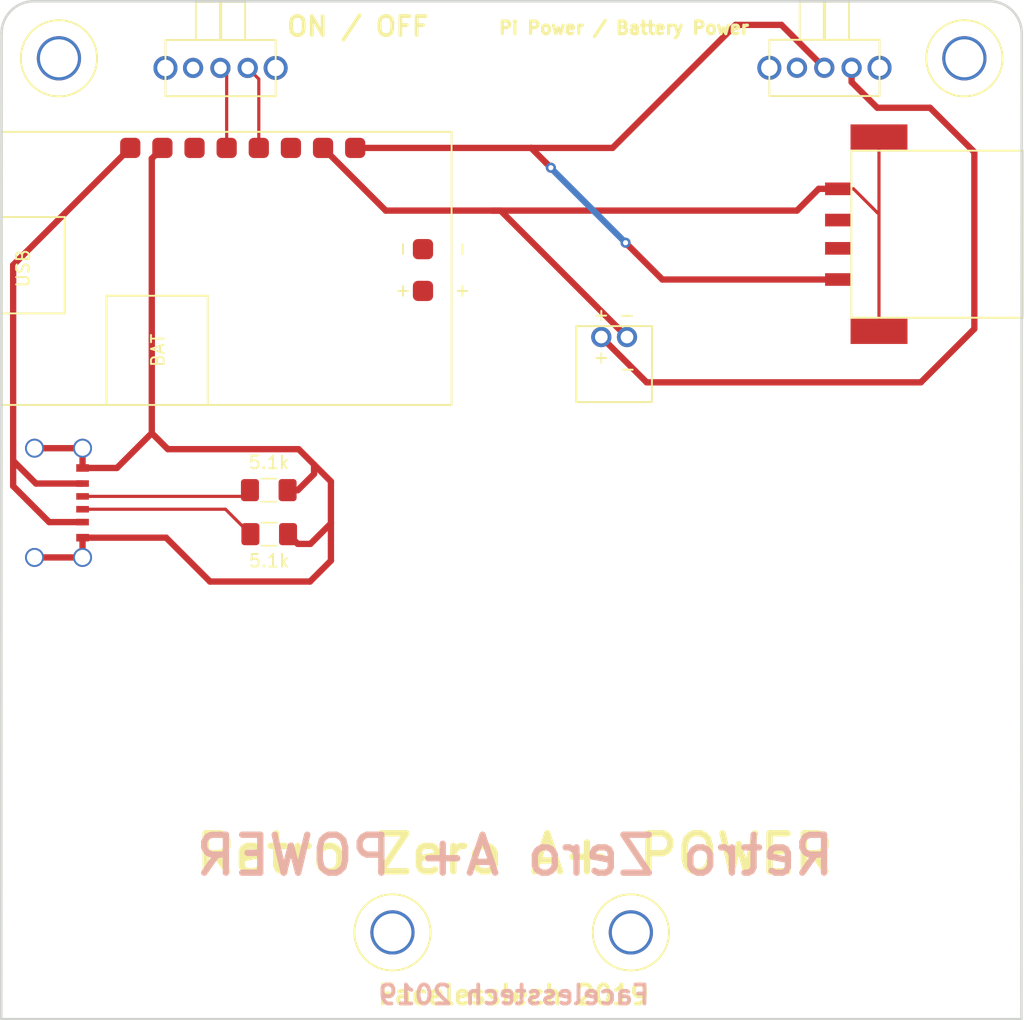
<source format=kicad_pcb>
(kicad_pcb (version 20171130) (host pcbnew 5.0.2+dfsg1-1~bpo9+1)

  (general
    (thickness 1.6)
    (drawings 12)
    (tracks 75)
    (zones 0)
    (modules 12)
    (nets 22)
  )

  (page A4)
  (layers
    (0 F.Cu signal)
    (31 B.Cu signal)
    (32 B.Adhes user)
    (33 F.Adhes user)
    (34 B.Paste user)
    (35 F.Paste user)
    (36 B.SilkS user)
    (37 F.SilkS user)
    (38 B.Mask user)
    (39 F.Mask user)
    (40 Dwgs.User user)
    (41 Cmts.User user)
    (42 Eco1.User user)
    (43 Eco2.User user)
    (44 Edge.Cuts user)
    (45 Margin user)
    (46 B.CrtYd user)
    (47 F.CrtYd user)
    (48 B.Fab user)
    (49 F.Fab user)
  )

  (setup
    (last_trace_width 0.5)
    (user_trace_width 0.5)
    (trace_clearance 0.2)
    (zone_clearance 0.508)
    (zone_45_only no)
    (trace_min 0.2)
    (segment_width 0.2)
    (edge_width 0.2)
    (via_size 0.8)
    (via_drill 0.4)
    (via_min_size 0.4)
    (via_min_drill 0.3)
    (uvia_size 0.3)
    (uvia_drill 0.1)
    (uvias_allowed no)
    (uvia_min_size 0.2)
    (uvia_min_drill 0.1)
    (pcb_text_width 0.3)
    (pcb_text_size 1.5 1.5)
    (mod_edge_width 0.15)
    (mod_text_size 1 1)
    (mod_text_width 0.15)
    (pad_size 1.524 1.524)
    (pad_drill 0.762)
    (pad_to_mask_clearance 0.051)
    (solder_mask_min_width 0.25)
    (aux_axis_origin 0 0)
    (visible_elements FFFFFF7F)
    (pcbplotparams
      (layerselection 0x010f0_ffffffff)
      (usegerberextensions false)
      (usegerberattributes false)
      (usegerberadvancedattributes false)
      (creategerberjobfile false)
      (excludeedgelayer true)
      (linewidth 0.100000)
      (plotframeref false)
      (viasonmask false)
      (mode 1)
      (useauxorigin false)
      (hpglpennumber 1)
      (hpglpenspeed 20)
      (hpglpendiameter 15.000000)
      (psnegative false)
      (psa4output false)
      (plotreference true)
      (plotvalue true)
      (plotinvisibletext false)
      (padsonsilk false)
      (subtractmaskfromsilk false)
      (outputformat 1)
      (mirror false)
      (drillshape 0)
      (scaleselection 1)
      (outputdirectory "gerbers/"))
  )

  (net 0 "")
  (net 1 "Net-(U5-Pad1)")
  (net 2 "Net-(U6-Pad1)")
  (net 3 "Net-(U7-Pad1)")
  (net 4 "Net-(U8-Pad1)")
  (net 5 "Net-(SW1-Pad1)")
  (net 6 "Net-(SW1-Pad3)")
  (net 7 "Net-(SW2-Pad3)")
  (net 8 "Net-(SW2-Pad2)")
  (net 9 "Net-(SW2-Pad1)")
  (net 10 "Net-(U2-Pad1)")
  (net 11 "Net-(U2-Pad3)")
  (net 12 "Net-(U2-Pad6)")
  (net 13 "Net-(U2-Pad9)")
  (net 14 "Net-(U2-Pad10)")
  (net 15 "Net-(R1-Pad1)")
  (net 16 "Net-(R1-Pad2)")
  (net 17 "Net-(R2-Pad2)")
  (net 18 "Net-(J1-Pad4)")
  (net 19 "Net-(J1-Pad3)")
  (net 20 "Net-(J1-Pad2)")
  (net 21 "Net-(J1-Pad1)")

  (net_class Default "This is the default net class."
    (clearance 0.2)
    (trace_width 0.25)
    (via_dia 0.8)
    (via_drill 0.4)
    (uvia_dia 0.3)
    (uvia_drill 0.1)
    (add_net "Net-(J1-Pad1)")
    (add_net "Net-(J1-Pad2)")
    (add_net "Net-(J1-Pad3)")
    (add_net "Net-(J1-Pad4)")
    (add_net "Net-(R1-Pad1)")
    (add_net "Net-(R1-Pad2)")
    (add_net "Net-(R2-Pad2)")
    (add_net "Net-(SW1-Pad1)")
    (add_net "Net-(SW1-Pad3)")
    (add_net "Net-(SW2-Pad1)")
    (add_net "Net-(SW2-Pad2)")
    (add_net "Net-(SW2-Pad3)")
    (add_net "Net-(U2-Pad1)")
    (add_net "Net-(U2-Pad10)")
    (add_net "Net-(U2-Pad3)")
    (add_net "Net-(U2-Pad6)")
    (add_net "Net-(U2-Pad9)")
    (add_net "Net-(U5-Pad1)")
    (add_net "Net-(U6-Pad1)")
    (add_net "Net-(U7-Pad1)")
    (add_net "Net-(U8-Pad1)")
  )

  (module m3_hole_custom:m3_hole_custom (layer F.Cu) (tedit 5D501AEF) (tstamp 5D5CB529)
    (at 182.8292 44.0817)
    (path /5D4EF531)
    (fp_text reference U5 (at 0 2.921) (layer F.SilkS) hide
      (effects (font (size 1 1) (thickness 0.15)))
    )
    (fp_text value m3_standsoffs (at 0 -2.921) (layer F.Fab) hide
      (effects (font (size 1 1) (thickness 0.15)))
    )
    (fp_circle (center 0 0) (end 2.8575 0.9525) (layer F.SilkS) (width 0.15))
    (pad 1 thru_hole circle (at 0 0) (size 3.5 3.5) (drill 3) (layers *.Cu *.Mask)
      (net 1 "Net-(U5-Pad1)"))
  )

  (module m3_hole_custom:m3_hole_custom (layer F.Cu) (tedit 5D501AE2) (tstamp 5D5CB50F)
    (at 111.252 44.0817)
    (path /5D4EF5E2)
    (fp_text reference U6 (at 0 2.921) (layer F.SilkS) hide
      (effects (font (size 1 1) (thickness 0.15)))
    )
    (fp_text value m3_standsoffs (at 0 -2.921) (layer F.Fab) hide
      (effects (font (size 1 1) (thickness 0.15)))
    )
    (fp_circle (center 0 0) (end 2.8575 0.9525) (layer F.SilkS) (width 0.15))
    (pad 1 thru_hole circle (at 0 0) (size 3.5 3.5) (drill 3) (layers *.Cu *.Mask)
      (net 2 "Net-(U6-Pad1)"))
  )

  (module m3_hole_custom:m3_hole_custom (layer F.Cu) (tedit 5D501866) (tstamp 5D502625)
    (at 137.6172 113.1824)
    (path /5D4EF624)
    (fp_text reference U7 (at 0 2.921) (layer F.SilkS) hide
      (effects (font (size 1 1) (thickness 0.15)))
    )
    (fp_text value m3_standsoffs (at 0 -2.921) (layer F.Fab) hide
      (effects (font (size 1 1) (thickness 0.15)))
    )
    (fp_circle (center 0 0) (end 2.8575 0.9525) (layer F.SilkS) (width 0.15))
    (pad 1 thru_hole circle (at 0 0) (size 3.5 3.5) (drill 3) (layers *.Cu *.Mask)
      (net 3 "Net-(U7-Pad1)"))
  )

  (module m3_hole_custom:m3_hole_custom (layer F.Cu) (tedit 5D50186D) (tstamp 5D502659)
    (at 156.464 113.1824)
    (path /5D4EF666)
    (fp_text reference U8 (at 0 2.921) (layer F.SilkS) hide
      (effects (font (size 1 1) (thickness 0.15)))
    )
    (fp_text value m3_standsoffs (at 0 -2.921) (layer F.Fab) hide
      (effects (font (size 1 1) (thickness 0.15)))
    )
    (fp_circle (center 0 0) (end 2.8575 0.9525) (layer F.SilkS) (width 0.15))
    (pad 1 thru_hole circle (at 0 0) (size 3.5 3.5) (drill 3) (layers *.Cu *.Mask)
      (net 4 "Net-(U8-Pad1)"))
  )

  (module buttons_custom:3_pin_switch__right_angle_custom (layer F.Cu) (tedit 5D6E3860) (tstamp 5D760390)
    (at 171.7548 44.831)
    (path /5D699774)
    (fp_text reference SW1 (at 0 3.683) (layer F.SilkS) hide
      (effects (font (size 1 1) (thickness 0.15)))
    )
    (fp_text value SW_Push_SPDT (at 0.0127 5.7404) (layer F.Fab) hide
      (effects (font (size 1 1) (thickness 0.15)))
    )
    (fp_line (start 4.3688 2.2352) (end 4.3688 -2.2098) (layer F.SilkS) (width 0.15))
    (fp_line (start -4.3434 -2.2098) (end -4.3434 2.2352) (layer F.SilkS) (width 0.15))
    (fp_line (start -4.3434 2.2352) (end 4.3688 2.2352) (layer F.SilkS) (width 0.15))
    (fp_line (start -4.3434 -2.2098) (end 4.3688 -2.2098) (layer F.SilkS) (width 0.15))
    (fp_line (start -1.9431 -2.2098) (end -1.9431 -5.2197) (layer F.SilkS) (width 0.15))
    (fp_line (start -0.0508 -5.2197) (end 1.9558 -5.2197) (layer F.SilkS) (width 0.15))
    (fp_line (start 0.0635 -5.2197) (end 0.0635 -2.2098) (layer F.SilkS) (width 0.15))
    (fp_line (start -0.0381 -2.2098) (end -0.0381 -5.2197) (layer F.SilkS) (width 0.15))
    (fp_line (start -1.9431 -5.2197) (end 0.0635 -5.2197) (layer F.SilkS) (width 0.15))
    (fp_line (start 1.9558 -2.2098) (end 1.9558 -5.2197) (layer F.SilkS) (width 0.15))
    (pad 1 thru_hole circle (at -2.159 0) (size 1.6 1.6) (drill 1) (layers *.Cu *.Mask)
      (net 5 "Net-(SW1-Pad1)"))
    (pad 2 thru_hole circle (at 0 0) (size 1.6 1.6) (drill 1) (layers *.Cu *.Mask)
      (net 21 "Net-(J1-Pad1)"))
    (pad 3 thru_hole circle (at 2.159 0) (size 1.6 1.6) (drill 1) (layers *.Cu *.Mask)
      (net 6 "Net-(SW1-Pad3)"))
    (pad 4 thru_hole circle (at -4.3434 0) (size 1.9 1.9) (drill 1.3) (layers *.Cu *.Mask))
    (pad 4 thru_hole circle (at 4.3688 0) (size 1.9 1.9) (drill 1.3) (layers *.Cu *.Mask))
  )

  (module buttons_custom:3_pin_switch__right_angle_custom (layer F.Cu) (tedit 5D6E3867) (tstamp 5D7603A3)
    (at 124.0155 44.8437)
    (path /5D6997AE)
    (fp_text reference SW2 (at 0 3.683) (layer F.SilkS) hide
      (effects (font (size 1 1) (thickness 0.15)))
    )
    (fp_text value SW_Push_SPDT (at 0.0127 5.7404) (layer F.Fab) hide
      (effects (font (size 1 1) (thickness 0.15)))
    )
    (fp_line (start 1.9558 -2.2098) (end 1.9558 -5.2197) (layer F.SilkS) (width 0.15))
    (fp_line (start -1.9431 -5.2197) (end 0.0635 -5.2197) (layer F.SilkS) (width 0.15))
    (fp_line (start -0.0381 -2.2098) (end -0.0381 -5.2197) (layer F.SilkS) (width 0.15))
    (fp_line (start 0.0635 -5.2197) (end 0.0635 -2.2098) (layer F.SilkS) (width 0.15))
    (fp_line (start -0.0508 -5.2197) (end 1.9558 -5.2197) (layer F.SilkS) (width 0.15))
    (fp_line (start -1.9431 -2.2098) (end -1.9431 -5.2197) (layer F.SilkS) (width 0.15))
    (fp_line (start -4.3434 -2.2098) (end 4.3688 -2.2098) (layer F.SilkS) (width 0.15))
    (fp_line (start -4.3434 2.2352) (end 4.3688 2.2352) (layer F.SilkS) (width 0.15))
    (fp_line (start -4.3434 -2.2098) (end -4.3434 2.2352) (layer F.SilkS) (width 0.15))
    (fp_line (start 4.3688 2.2352) (end 4.3688 -2.2098) (layer F.SilkS) (width 0.15))
    (pad 4 thru_hole circle (at 4.3688 0) (size 1.9 1.9) (drill 1.3) (layers *.Cu *.Mask))
    (pad 4 thru_hole circle (at -4.3434 0) (size 1.9 1.9) (drill 1.3) (layers *.Cu *.Mask))
    (pad 3 thru_hole circle (at 2.159 0) (size 1.6 1.6) (drill 1) (layers *.Cu *.Mask)
      (net 7 "Net-(SW2-Pad3)"))
    (pad 2 thru_hole circle (at 0 0) (size 1.6 1.6) (drill 1) (layers *.Cu *.Mask)
      (net 8 "Net-(SW2-Pad2)"))
    (pad 1 thru_hole circle (at -2.159 0) (size 1.6 1.6) (drill 1) (layers *.Cu *.Mask)
      (net 9 "Net-(SW2-Pad1)"))
  )

  (module battery_connector_custom:jst_2pin_right_angle (layer F.Cu) (tedit 5D6E3855) (tstamp 5D7603B2)
    (at 155.1432 66.1162 180)
    (path /5D69987F)
    (fp_text reference U1 (at 0 3.429 180) (layer F.SilkS) hide
      (effects (font (size 1 1) (thickness 0.15)))
    )
    (fp_text value battery_custom (at -4.318 0 270) (layer F.Fab) hide
      (effects (font (size 1 1) (thickness 0.15)))
    )
    (fp_line (start -2.9845 0) (end -2.9845 -2.413) (layer F.SilkS) (width 0.15))
    (fp_text user + (at 1.016 -1.5875 180) (layer F.SilkS)
      (effects (font (size 1 1) (thickness 0.15)))
    )
    (fp_text user _ (at -1.0795 -2.032 180) (layer F.SilkS)
      (effects (font (size 1 1) (thickness 0.15)))
    )
    (fp_text user - (at -1.016 1.7526 180) (layer F.SilkS)
      (effects (font (size 1 1) (thickness 0.15)))
    )
    (fp_text user + (at 1.016 1.7653 180) (layer F.SilkS)
      (effects (font (size 1 1) (thickness 0.15)))
    )
    (fp_line (start -2.9845 0.8636) (end 2.9972 0.8636) (layer F.SilkS) (width 0.15))
    (fp_line (start 2.9972 0.8636) (end 2.9972 -5.1435) (layer F.SilkS) (width 0.15))
    (fp_line (start 2.9972 -5.1435) (end -2.9845 -5.1435) (layer F.SilkS) (width 0.15))
    (fp_line (start -2.9845 -5.1435) (end -2.9972 0.8763) (layer F.SilkS) (width 0.15))
    (pad 1 thru_hole circle (at -1.016 0 180) (size 1.6 1.6) (drill 1) (layers *.Cu *.Mask)
      (net 18 "Net-(J1-Pad4)"))
    (pad 2 thru_hole circle (at 1.016 0 180) (size 1.6 1.6) (drill 1) (layers *.Cu *.Mask)
      (net 6 "Net-(SW1-Pad3)"))
  )

  (module power_bank_boards:power_boost_500_smd (layer F.Cu) (tedit 5D6E384E) (tstamp 5D8FE0C4)
    (at 142.3162 60.6933 90)
    (path /5D69964B)
    (fp_text reference U2 (at 0.127 5.588 270) (layer F.SilkS) hide
      (effects (font (size 1 1) (thickness 0.15)))
    )
    (fp_text value power_boost_500 (at 0 2.413 90) (layer F.Fab) hide
      (effects (font (size 1 1) (thickness 0.15)))
    )
    (fp_line (start 10.797107 -35.585338) (end 10.797107 -0.025338) (layer F.SilkS) (width 0.15))
    (fp_line (start 10.797107 -35.585338) (end -10.792893 -35.585338) (layer F.SilkS) (width 0.15))
    (fp_line (start -10.792893 -35.585338) (end -10.792893 -0.025338) (layer F.SilkS) (width 0.15))
    (fp_line (start -10.792893 -0.025338) (end 10.797107 -0.025338) (layer F.SilkS) (width 0.15))
    (fp_line (start -10.795 -19.304) (end -2.159 -19.304) (layer F.SilkS) (width 0.15))
    (fp_line (start -2.159 -19.304) (end -2.159 -27.305) (layer F.SilkS) (width 0.15))
    (fp_line (start -2.159 -27.305) (end -10.795 -27.305) (layer F.SilkS) (width 0.15))
    (fp_text user BAT (at -6.477 -23.241 90) (layer F.SilkS)
      (effects (font (size 1 1) (thickness 0.15)))
    )
    (fp_line (start 4.064 -35.56) (end 4.064 -30.607) (layer F.SilkS) (width 0.15))
    (fp_line (start 4.064 -30.607) (end -3.556 -30.607) (layer F.SilkS) (width 0.15))
    (fp_line (start -3.556 -30.607) (end -3.556 -35.56) (layer F.SilkS) (width 0.15))
    (fp_text user USB (at 0 -33.909 90) (layer F.SilkS)
      (effects (font (size 1 1) (thickness 0.15)))
    )
    (fp_text user + (at -1.778 -3.937 90) (layer F.SilkS)
      (effects (font (size 1 1) (thickness 0.15)))
    )
    (fp_text user - (at 1.524 -3.937 90) (layer F.SilkS)
      (effects (font (size 1 1) (thickness 0.15)))
    )
    (fp_text user - (at 1.524 0.762 90) (layer F.SilkS)
      (effects (font (size 1 1) (thickness 0.15)))
    )
    (fp_text user + (at -1.778 0.762 90) (layer F.SilkS)
      (effects (font (size 1 1) (thickness 0.15)))
    )
    (pad 1 smd roundrect (at 9.527107 -25.425338 270) (size 1.6 1.6) (layers F.Cu F.Paste F.Mask) (roundrect_rratio 0.25)
      (net 10 "Net-(U2-Pad1)"))
    (pad 2 smd roundrect (at 9.527107 -22.885338 270) (size 1.6 1.6) (layers F.Cu F.Paste F.Mask) (roundrect_rratio 0.25)
      (net 15 "Net-(R1-Pad1)"))
    (pad 3 smd roundrect (at 9.527107 -20.345338 270) (size 1.6 1.6) (layers F.Cu F.Paste F.Mask) (roundrect_rratio 0.25)
      (net 11 "Net-(U2-Pad3)"))
    (pad 4 smd roundrect (at 9.527107 -17.805338 270) (size 1.6 1.6) (layers F.Cu F.Paste F.Mask) (roundrect_rratio 0.25)
      (net 8 "Net-(SW2-Pad2)"))
    (pad 5 smd roundrect (at 9.527107 -15.265338 270) (size 1.6 1.6) (layers F.Cu F.Paste F.Mask) (roundrect_rratio 0.25)
      (net 7 "Net-(SW2-Pad3)"))
    (pad 6 smd roundrect (at 9.527107 -12.725338 270) (size 1.6 1.6) (layers F.Cu F.Paste F.Mask) (roundrect_rratio 0.25)
      (net 12 "Net-(U2-Pad6)"))
    (pad 7 smd roundrect (at 9.527107 -10.185338 270) (size 1.6 1.6) (layers F.Cu F.Paste F.Mask) (roundrect_rratio 0.25)
      (net 18 "Net-(J1-Pad4)"))
    (pad 8 smd roundrect (at 9.527107 -7.645338 270) (size 1.6 1.6) (layers F.Cu F.Paste F.Mask) (roundrect_rratio 0.25)
      (net 21 "Net-(J1-Pad1)"))
    (pad 9 smd roundrect (at 1.524 -2.286 270) (size 1.6 1.6) (layers F.Cu F.Paste F.Mask) (roundrect_rratio 0.25)
      (net 13 "Net-(U2-Pad9)"))
    (pad 10 smd roundrect (at -1.778 -2.286 270) (size 1.6 1.6) (layers F.Cu F.Paste F.Mask) (roundrect_rratio 0.25)
      (net 14 "Net-(U2-Pad10)"))
  )

  (module Resistor_SMD:R_1206_3216Metric_Pad1.42x1.75mm_HandSolder (layer F.Cu) (tedit 5D6E343B) (tstamp 5D9BBC31)
    (at 127.8747 81.6991 180)
    (descr "Resistor SMD 1206 (3216 Metric), square (rectangular) end terminal, IPC_7351 nominal with elongated pad for handsoldering. (Body size source: http://www.tortai-tech.com/upload/download/2011102023233369053.pdf), generated with kicad-footprint-generator")
    (tags "resistor handsolder")
    (path /5D6D412E)
    (attr smd)
    (fp_text reference 5.1k (at 0.0111 -2.1082 180) (layer F.SilkS)
      (effects (font (size 1 1) (thickness 0.15)))
    )
    (fp_text value R (at 0 1.82 180) (layer F.Fab) hide
      (effects (font (size 1 1) (thickness 0.15)))
    )
    (fp_line (start -1.6 0.8) (end -1.6 -0.8) (layer F.Fab) (width 0.1))
    (fp_line (start -1.6 -0.8) (end 1.6 -0.8) (layer F.Fab) (width 0.1))
    (fp_line (start 1.6 -0.8) (end 1.6 0.8) (layer F.Fab) (width 0.1))
    (fp_line (start 1.6 0.8) (end -1.6 0.8) (layer F.Fab) (width 0.1))
    (fp_line (start -0.602064 -0.91) (end 0.602064 -0.91) (layer F.SilkS) (width 0.12))
    (fp_line (start -0.602064 0.91) (end 0.602064 0.91) (layer F.SilkS) (width 0.12))
    (fp_line (start -2.45 1.12) (end -2.45 -1.12) (layer F.CrtYd) (width 0.05))
    (fp_line (start -2.45 -1.12) (end 2.45 -1.12) (layer F.CrtYd) (width 0.05))
    (fp_line (start 2.45 -1.12) (end 2.45 1.12) (layer F.CrtYd) (width 0.05))
    (fp_line (start 2.45 1.12) (end -2.45 1.12) (layer F.CrtYd) (width 0.05))
    (fp_text user %R (at 0 0 180) (layer F.Fab)
      (effects (font (size 0.8 0.8) (thickness 0.12)))
    )
    (pad 1 smd roundrect (at -1.4875 0 180) (size 1.425 1.75) (layers F.Cu F.Paste F.Mask) (roundrect_rratio 0.175439)
      (net 15 "Net-(R1-Pad1)"))
    (pad 2 smd roundrect (at 1.4875 0 180) (size 1.425 1.75) (layers F.Cu F.Paste F.Mask) (roundrect_rratio 0.175439)
      (net 16 "Net-(R1-Pad2)"))
    (model ${KISYS3DMOD}/Resistor_SMD.3dshapes/R_1206_3216Metric.wrl
      (at (xyz 0 0 0))
      (scale (xyz 1 1 1))
      (rotate (xyz 0 0 0))
    )
  )

  (module Resistor_SMD:R_1206_3216Metric_Pad1.42x1.75mm_HandSolder (layer F.Cu) (tedit 5D6E3834) (tstamp 5D9BBB9F)
    (at 127.8398 78.2193 180)
    (descr "Resistor SMD 1206 (3216 Metric), square (rectangular) end terminal, IPC_7351 nominal with elongated pad for handsoldering. (Body size source: http://www.tortai-tech.com/upload/download/2011102023233369053.pdf), generated with kicad-footprint-generator")
    (tags "resistor handsolder")
    (path /5D6D4180)
    (attr smd)
    (fp_text reference 5.1k (at -0.0111 2.1844 180) (layer F.SilkS)
      (effects (font (size 1 1) (thickness 0.15)))
    )
    (fp_text value R (at 0 1.82 180) (layer F.Fab) hide
      (effects (font (size 1 1) (thickness 0.15)))
    )
    (fp_text user %R (at 0 0 180) (layer F.Fab)
      (effects (font (size 0.8 0.8) (thickness 0.12)))
    )
    (fp_line (start 2.45 1.12) (end -2.45 1.12) (layer F.CrtYd) (width 0.05))
    (fp_line (start 2.45 -1.12) (end 2.45 1.12) (layer F.CrtYd) (width 0.05))
    (fp_line (start -2.45 -1.12) (end 2.45 -1.12) (layer F.CrtYd) (width 0.05))
    (fp_line (start -2.45 1.12) (end -2.45 -1.12) (layer F.CrtYd) (width 0.05))
    (fp_line (start -0.602064 0.91) (end 0.602064 0.91) (layer F.SilkS) (width 0.12))
    (fp_line (start -0.602064 -0.91) (end 0.602064 -0.91) (layer F.SilkS) (width 0.12))
    (fp_line (start 1.6 0.8) (end -1.6 0.8) (layer F.Fab) (width 0.1))
    (fp_line (start 1.6 -0.8) (end 1.6 0.8) (layer F.Fab) (width 0.1))
    (fp_line (start -1.6 -0.8) (end 1.6 -0.8) (layer F.Fab) (width 0.1))
    (fp_line (start -1.6 0.8) (end -1.6 -0.8) (layer F.Fab) (width 0.1))
    (pad 2 smd roundrect (at 1.4875 0 180) (size 1.425 1.75) (layers F.Cu F.Paste F.Mask) (roundrect_rratio 0.175439)
      (net 17 "Net-(R2-Pad2)"))
    (pad 1 smd roundrect (at -1.4875 0 180) (size 1.425 1.75) (layers F.Cu F.Paste F.Mask) (roundrect_rratio 0.175439)
      (net 15 "Net-(R1-Pad1)"))
    (model ${KISYS3DMOD}/Resistor_SMD.3dshapes/R_1206_3216Metric.wrl
      (at (xyz 0 0 0))
      (scale (xyz 1 1 1))
      (rotate (xyz 0 0 0))
    )
  )

  (module usb_custom:USB_C_6PIN_custom (layer F.Cu) (tedit 5D6E3428) (tstamp 5DA79B9D)
    (at 113.1189 79.2226 90)
    (path /5D6D6F88)
    (fp_text reference U3 (at 0.1016 -10.2743 90) (layer F.SilkS) hide
      (effects (font (size 1 1) (thickness 0.15)))
    )
    (fp_text value usb_c_6pin (at 0.0635 -8.1026 90) (layer F.Fab) hide
      (effects (font (size 1 1) (thickness 0.15)))
    )
    (fp_line (start -5.08 -6.4008) (end 5.08 -6.4008) (layer F.SilkS) (width 0.15))
    (pad 3 smd rect (at -0.508 0 90) (size 0.52 1) (layers F.Cu F.Paste F.Mask)
      (net 16 "Net-(R1-Pad2)"))
    (pad 4 smd rect (at 0.508 0 90) (size 0.52 1) (layers F.Cu F.Paste F.Mask)
      (net 17 "Net-(R2-Pad2)"))
    (pad 2 smd rect (at 1.524 0 90) (size 0.52 1) (layers F.Cu F.Paste F.Mask)
      (net 10 "Net-(U2-Pad1)"))
    (pad 2 smd rect (at -1.524 0 90) (size 0.52 1) (layers F.Cu F.Paste F.Mask)
      (net 10 "Net-(U2-Pad1)"))
    (pad 1 smd rect (at 2.7559 0 90) (size 0.6 1) (layers F.Cu F.Paste F.Mask)
      (net 15 "Net-(R1-Pad1)"))
    (pad 1 smd rect (at -2.7559 0 90) (size 0.6 1) (layers F.Cu F.Paste F.Mask)
      (net 15 "Net-(R1-Pad1)"))
    (pad 1 thru_hole circle (at 4.318 0 90) (size 1.5 1.5) (drill 1.2) (layers *.Cu *.Mask)
      (net 15 "Net-(R1-Pad1)"))
    (pad 1 thru_hole circle (at -4.318 0 90) (size 1.5 1.5) (drill 1.2) (layers *.Cu *.Mask)
      (net 15 "Net-(R1-Pad1)"))
    (pad 1 thru_hole circle (at -4.318 -3.7973 90) (size 1.5 1.5) (drill 1.2) (layers *.Cu *.Mask)
      (net 15 "Net-(R1-Pad1)"))
    (pad 1 thru_hole circle (at 4.318 -3.7973 90) (size 1.5 1.5) (drill 1.2) (layers *.Cu *.Mask)
      (net 15 "Net-(R1-Pad1)"))
  )

  (module usb_custom:female_usb_custom_smd (layer F.Cu) (tedit 5D6E3859) (tstamp 5DBF7996)
    (at 174.7774 57.9882 270)
    (path /5D6D79DB)
    (fp_text reference J1 (at 0 4.7752 270) (layer F.SilkS) hide
      (effects (font (size 1 1) (thickness 0.15)))
    )
    (fp_text value USB_A (at 0 2.6924 270) (layer F.Fab)
      (effects (font (size 1 1) (thickness 0.15)))
    )
    (fp_line (start 6.604 0.88392) (end 6.604 -12.7) (layer F.SilkS) (width 0.15))
    (fp_line (start -6.604 0.88392) (end -6.604 -12.7) (layer F.SilkS) (width 0.15))
    (fp_line (start -6.604 0.88392) (end 6.604 0.88392) (layer F.SilkS) (width 0.15))
    (fp_line (start -6.604 -12.7) (end 6.604 -12.7) (layer F.SilkS) (width 0.15))
    (pad 4 smd rect (at -3.58648 1.96088 270) (size 1 2) (layers F.Cu F.Paste F.Mask)
      (net 18 "Net-(J1-Pad4)"))
    (pad 3 smd rect (at -1.1176 1.96088 270) (size 1 2) (layers F.Cu F.Paste F.Mask)
      (net 19 "Net-(J1-Pad3)"))
    (pad 2 smd rect (at 1.1176 1.96088 270) (size 1 2) (layers F.Cu F.Paste F.Mask)
      (net 20 "Net-(J1-Pad2)"))
    (pad 1 smd rect (at 3.5814 1.96088 270) (size 1 2) (layers F.Cu F.Paste F.Mask)
      (net 21 "Net-(J1-Pad1)"))
    (pad 5 smd rect (at 7.67588 -1.30556 270) (size 2 4.5) (layers F.Cu F.Paste F.Mask)
      (net 18 "Net-(J1-Pad4)"))
    (pad 5 smd rect (at -7.68096 -1.30048 270) (size 2 4.5) (layers F.Cu F.Paste F.Mask)
      (net 18 "Net-(J1-Pad4)"))
  )

  (gr_text "ON / OFF" (at 134.8867 41.5671) (layer F.SilkS)
    (effects (font (size 1.5 1.5) (thickness 0.3)))
  )
  (gr_text "Pi Power / Battery Power" (at 155.9179 41.6814) (layer F.SilkS)
    (effects (font (size 1 1) (thickness 0.25)))
  )
  (gr_line (start 106.7181 42.1005) (end 106.6927 120.015) (layer Edge.Cuts) (width 0.2) (tstamp 5D501ED5))
  (gr_line (start 106.7054 120.0404) (end 187.3377 120.0404) (layer Edge.Cuts) (width 0.2) (tstamp 5D519572))
  (gr_text "Retro Zero A+ POWER" (at 147.3073 107.0991) (layer B.SilkS) (tstamp 5D5CB543)
    (effects (font (size 3 3) (thickness 0.5)) (justify mirror))
  )
  (gr_text "Facelesstech 2019" (at 147.2184 118.1227) (layer B.SilkS) (tstamp 5D5CB53C)
    (effects (font (size 1.5 1.5) (thickness 0.3)) (justify mirror))
  )
  (gr_text "Facelesstech 2019" (at 147.1803 118.1227) (layer F.SilkS)
    (effects (font (size 1.5 1.5) (thickness 0.3)))
  )
  (gr_text "Retro Zero A+ POWER" (at 147.2819 106.9848) (layer F.SilkS) (tstamp 5D5CB536)
    (effects (font (size 3 3) (thickness 0.5)))
  )
  (gr_line (start 109.2581 39.5732) (end 184.8358 39.5732) (layer Edge.Cuts) (width 0.2))
  (gr_line (start 187.3631 42.1259) (end 187.3377 120.0404) (layer Edge.Cuts) (width 0.2))
  (gr_arc (start 184.8231 42.1132) (end 187.3631 42.1132) (angle -90) (layer Edge.Cuts) (width 0.2) (tstamp 5D501EC7))
  (gr_arc (start 109.2581 42.1132) (end 109.2581 39.5732) (angle -90) (layer Edge.Cuts) (width 0.2))

  (segment (start 173.9138 45.96237) (end 175.94473 47.9933) (width 0.5) (layer F.Cu) (net 6))
  (segment (start 173.9138 44.831) (end 173.9138 45.96237) (width 0.5) (layer F.Cu) (net 6))
  (segment (start 175.94473 47.9933) (end 180.1114 47.9933) (width 0.5) (layer F.Cu) (net 6))
  (segment (start 180.1114 47.9933) (end 183.6166 51.4985) (width 0.5) (layer F.Cu) (net 6))
  (segment (start 183.6166 51.4985) (end 183.6166 65.4685) (width 0.5) (layer F.Cu) (net 6))
  (segment (start 183.6166 65.4685) (end 179.3875 69.6976) (width 0.5) (layer F.Cu) (net 6))
  (segment (start 157.7086 69.6976) (end 154.1272 66.1162) (width 0.5) (layer F.Cu) (net 6))
  (segment (start 179.3875 69.6976) (end 157.7086 69.6976) (width 0.5) (layer F.Cu) (net 6))
  (segment (start 127.050862 45.720062) (end 126.1745 44.8437) (width 0.25) (layer F.Cu) (net 7))
  (segment (start 127.050862 51.166193) (end 127.050862 45.720062) (width 0.25) (layer F.Cu) (net 7))
  (segment (start 124.510862 45.339062) (end 124.0155 44.8437) (width 0.25) (layer F.Cu) (net 8))
  (segment (start 124.510862 51.166193) (end 124.510862 45.339062) (width 0.25) (layer F.Cu) (net 8))
  (segment (start 113.1189 80.7466) (end 110.4773 80.7466) (width 0.5) (layer F.Cu) (net 10))
  (segment (start 110.4773 80.7466) (end 107.6325 77.9018) (width 0.5) (layer F.Cu) (net 10))
  (segment (start 107.6325 60.424555) (end 116.890862 51.166193) (width 0.5) (layer F.Cu) (net 10))
  (segment (start 109.4359 77.6986) (end 107.6325 75.8952) (width 0.5) (layer F.Cu) (net 10))
  (segment (start 113.1189 77.6986) (end 109.4359 77.6986) (width 0.5) (layer F.Cu) (net 10))
  (segment (start 107.6325 75.8952) (end 107.6325 60.424555) (width 0.5) (layer F.Cu) (net 10))
  (segment (start 107.6325 77.9018) (end 107.6325 75.8952) (width 0.5) (layer F.Cu) (net 10))
  (segment (start 113.1189 76.4667) (end 115.8367 76.4667) (width 0.5) (layer F.Cu) (net 15))
  (segment (start 115.8367 76.4667) (end 118.5926 73.7108) (width 0.5) (layer F.Cu) (net 15))
  (segment (start 118.5926 52.004455) (end 119.430862 51.166193) (width 0.5) (layer F.Cu) (net 15))
  (segment (start 118.5926 73.7108) (end 118.5926 52.004455) (width 0.5) (layer F.Cu) (net 15))
  (segment (start 113.1189 81.9785) (end 119.7229 81.9785) (width 0.5) (layer F.Cu) (net 15))
  (segment (start 119.7229 81.9785) (end 123.19 85.4456) (width 0.5) (layer F.Cu) (net 15))
  (segment (start 123.19 85.4456) (end 131.1021 85.4456) (width 0.5) (layer F.Cu) (net 15))
  (segment (start 131.1021 85.4456) (end 132.7531 83.7946) (width 0.5) (layer F.Cu) (net 15))
  (segment (start 119.8626 74.9808) (end 118.5926 73.7108) (width 0.5) (layer F.Cu) (net 15))
  (segment (start 130.2004 74.9808) (end 119.8626 74.9808) (width 0.5) (layer F.Cu) (net 15))
  (segment (start 130.1398 78.2193) (end 131.4196 76.9395) (width 0.5) (layer F.Cu) (net 15))
  (segment (start 129.3273 78.2193) (end 130.1398 78.2193) (width 0.5) (layer F.Cu) (net 15))
  (segment (start 131.4196 76.9395) (end 131.4196 76.2) (width 0.5) (layer F.Cu) (net 15))
  (segment (start 132.7531 77.5335) (end 131.4196 76.2) (width 0.5) (layer F.Cu) (net 15))
  (segment (start 131.4196 76.2) (end 130.2004 74.9808) (width 0.5) (layer F.Cu) (net 15))
  (segment (start 131.130853 82.470447) (end 132.7531 80.8482) (width 0.5) (layer F.Cu) (net 15))
  (segment (start 129.3622 81.6991) (end 130.133547 82.470447) (width 0.5) (layer F.Cu) (net 15))
  (segment (start 130.133547 82.470447) (end 131.130853 82.470447) (width 0.5) (layer F.Cu) (net 15))
  (segment (start 132.7531 80.8482) (end 132.7531 77.5335) (width 0.5) (layer F.Cu) (net 15))
  (segment (start 132.7531 83.7946) (end 132.7531 80.8482) (width 0.5) (layer F.Cu) (net 15))
  (segment (start 109.3216 74.9046) (end 113.1189 74.9046) (width 0.5) (layer F.Cu) (net 15))
  (segment (start 109.3216 83.5406) (end 113.1189 83.5406) (width 0.5) (layer F.Cu) (net 15))
  (segment (start 113.1189 81.9785) (end 113.1189 83.5406) (width 0.5) (layer F.Cu) (net 15))
  (segment (start 113.1189 76.4667) (end 113.1189 74.9046) (width 0.5) (layer F.Cu) (net 15))
  (segment (start 124.4187 79.7306) (end 126.3872 81.6991) (width 0.25) (layer F.Cu) (net 16))
  (segment (start 113.1189 79.7306) (end 124.4187 79.7306) (width 0.25) (layer F.Cu) (net 16))
  (segment (start 125.857 78.7146) (end 126.3523 78.2193) (width 0.25) (layer F.Cu) (net 17))
  (segment (start 113.1189 78.7146) (end 125.857 78.7146) (width 0.25) (layer F.Cu) (net 17))
  (segment (start 176.07788 65.659) (end 176.08296 65.66408) (width 0.25) (layer F.Cu) (net 18))
  (segment (start 175.9766 56.3118) (end 176.07788 56.3118) (width 0.25) (layer F.Cu) (net 18))
  (segment (start 174.06652 54.40172) (end 175.9766 56.3118) (width 0.25) (layer F.Cu) (net 18))
  (segment (start 172.81652 54.40172) (end 174.06652 54.40172) (width 0.25) (layer F.Cu) (net 18))
  (segment (start 176.07788 50.30724) (end 176.07788 56.3118) (width 0.25) (layer F.Cu) (net 18))
  (segment (start 176.07788 56.3118) (end 176.07788 65.659) (width 0.25) (layer F.Cu) (net 18))
  (segment (start 155.359201 65.316201) (end 156.1592 66.1162) (width 0.5) (layer F.Cu) (net 18))
  (segment (start 146.1643 56.1213) (end 155.359201 65.316201) (width 0.5) (layer F.Cu) (net 18))
  (segment (start 132.130862 51.166193) (end 137.085969 56.1213) (width 0.5) (layer F.Cu) (net 18))
  (segment (start 169.59694 56.1213) (end 145.5166 56.1213) (width 0.5) (layer F.Cu) (net 18))
  (segment (start 172.81652 54.40172) (end 171.31652 54.40172) (width 0.5) (layer F.Cu) (net 18))
  (segment (start 145.5166 56.1213) (end 146.1643 56.1213) (width 0.5) (layer F.Cu) (net 18))
  (segment (start 171.31652 54.40172) (end 169.59694 56.1213) (width 0.5) (layer F.Cu) (net 18))
  (segment (start 137.085969 56.1213) (end 145.5166 56.1213) (width 0.5) (layer F.Cu) (net 18))
  (segment (start 155.018307 51.166193) (end 164.7444 41.4401) (width 0.5) (layer F.Cu) (net 21))
  (segment (start 168.3639 41.4401) (end 171.7548 44.831) (width 0.5) (layer F.Cu) (net 21))
  (segment (start 164.7444 41.4401) (end 168.3639 41.4401) (width 0.5) (layer F.Cu) (net 21))
  (via (at 156.0449 58.6613) (size 0.8) (drill 0.4) (layers F.Cu B.Cu) (net 21))
  (segment (start 158.9532 61.5696) (end 156.0449 58.6613) (width 0.5) (layer F.Cu) (net 21))
  (segment (start 172.81652 61.5696) (end 158.9532 61.5696) (width 0.5) (layer F.Cu) (net 21))
  (via (at 150.1394 52.7304) (size 0.8) (drill 0.4) (layers F.Cu B.Cu) (net 21))
  (segment (start 150.1394 52.7558) (end 150.1394 52.7304) (width 0.5) (layer B.Cu) (net 21))
  (segment (start 156.0449 58.6613) (end 150.1394 52.7558) (width 0.5) (layer B.Cu) (net 21))
  (segment (start 149.739401 52.328294) (end 148.5773 51.166193) (width 0.5) (layer F.Cu) (net 21))
  (segment (start 150.1394 52.7304) (end 149.739401 52.330401) (width 0.5) (layer F.Cu) (net 21))
  (segment (start 134.670862 51.166193) (end 148.5773 51.166193) (width 0.5) (layer F.Cu) (net 21))
  (segment (start 149.739401 52.330401) (end 149.739401 52.328294) (width 0.5) (layer F.Cu) (net 21))
  (segment (start 148.5773 51.166193) (end 155.018307 51.166193) (width 0.5) (layer F.Cu) (net 21))

)

</source>
